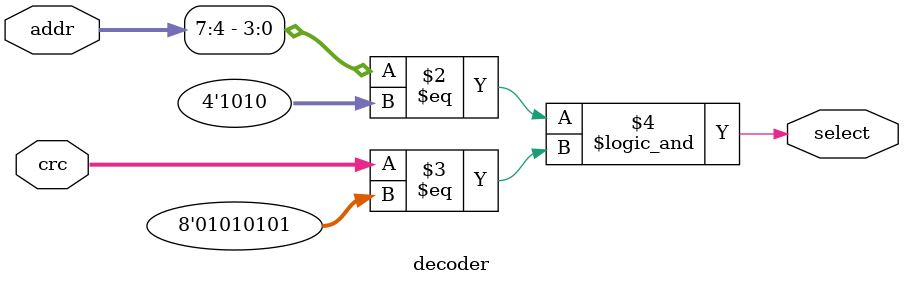
<source format=sv>
module decoder_crc #(AW=8, DW=8) (
    input [AW-1:0] addr,
    input [DW-1:0] data,
    output reg select
);

wire [7:0] crc;

// 实例化减法器子模块
subtractor #(.WIDTH(8)) sub_inst (
    .a(addr),
    .b(data),
    .diff(crc)
);

// 实例化解码器子模块
decoder #(.WIDTH(8)) dec_inst (
    .addr(addr),
    .crc(crc),
    .select(select)
);

endmodule

// 减法器子模块
module subtractor #(WIDTH=8) (
    input [WIDTH-1:0] a,
    input [WIDTH-1:0] b,
    output [WIDTH-1:0] diff
);

wire [WIDTH-1:0] borrow;

// 先行借位减法器实现
assign borrow[0] = 1'b0;
assign diff[0] = a[0] ^ b[0] ^ borrow[0];
assign borrow[1] = (~a[0] & b[0]) | (~a[0] & borrow[0]) | (b[0] & borrow[0]);

assign diff[1] = a[1] ^ b[1] ^ borrow[1];
assign borrow[2] = (~a[1] & b[1]) | (~a[1] & borrow[1]) | (b[1] & borrow[1]);

assign diff[2] = a[2] ^ b[2] ^ borrow[2];
assign borrow[3] = (~a[2] & b[2]) | (~a[2] & borrow[2]) | (b[2] & borrow[2]);

assign diff[3] = a[3] ^ b[3] ^ borrow[3];
assign borrow[4] = (~a[3] & b[3]) | (~a[3] & borrow[3]) | (b[3] & borrow[3]);

assign diff[4] = a[4] ^ b[4] ^ borrow[4];
assign borrow[5] = (~a[4] & b[4]) | (~a[4] & borrow[4]) | (b[4] & borrow[4]);

assign diff[5] = a[5] ^ b[5] ^ borrow[5];
assign borrow[6] = (~a[5] & b[5]) | (~a[5] & borrow[5]) | (b[5] & borrow[5]);

assign diff[6] = a[6] ^ b[6] ^ borrow[6];
assign borrow[7] = (~a[6] & b[6]) | (~a[6] & borrow[6]) | (b[6] & borrow[6]);

assign diff[7] = a[7] ^ b[7] ^ borrow[7];

endmodule

// 解码器子模块
module decoder #(WIDTH=8) (
    input [WIDTH-1:0] addr,
    input [WIDTH-1:0] crc,
    output reg select
);

always @* begin
    select = (addr[7:4] == 4'b1010) && (crc == 8'h55);
end

endmodule
</source>
